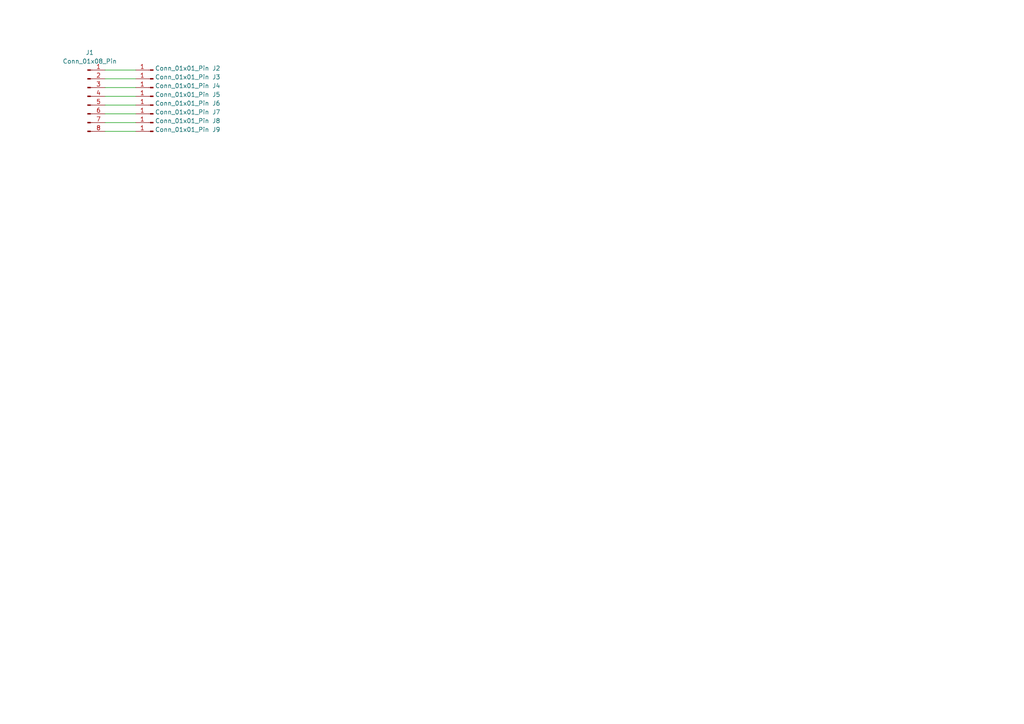
<source format=kicad_sch>
(kicad_sch (version 20231120) (generator "eeschema") (generator_version "8.0")
  (paper "A4")
  (lib_symbols
    (symbol "Connector:Conn_01x01_Pin" (pin_names (offset 1.016) hide)
      (property "Reference" "J" (at 0 2.54 0))
      (property "Value" "Conn_01x01_Pin" (at 0 -2.54 0))
      (symbol "Conn_01x01_Pin_1_1"
        (polyline (pts (xy 1.27 0) (xy 0.8636 0)) (stroke (width 0.1524)))
        (rectangle (start 0.8636 0.127) (end 0 -0.127) (stroke (width 0.1524)) (fill (type outline)))
        (pin passive line (at 5.08 0 180) (length 3.81) (name "Pin_1") (number "1"))
      )
    )
    (symbol "Connector:Conn_01x08_Pin" (pin_names (offset 1.016) hide)
      (property "Reference" "J" (at 0 10.16 0))
      (property "Value" "Conn_01x08_Pin" (at 0 -12.7 0))
      (symbol "Conn_01x08_Pin_1_1"
        (polyline (pts (xy 1.27 -10.16) (xy 0.8636 -10.16)) (stroke (width 0.1524)))
        (polyline (pts (xy 1.27 -7.62) (xy 0.8636 -7.62)) (stroke (width 0.1524)))
        (polyline (pts (xy 1.27 -5.08) (xy 0.8636 -5.08)) (stroke (width 0.1524)))
        (polyline (pts (xy 1.27 -2.54) (xy 0.8636 -2.54)) (stroke (width 0.1524)))
        (polyline (pts (xy 1.27 0) (xy 0.8636 0)) (stroke (width 0.1524)))
        (polyline (pts (xy 1.27 2.54) (xy 0.8636 2.54)) (stroke (width 0.1524)))
        (polyline (pts (xy 1.27 5.08) (xy 0.8636 5.08)) (stroke (width 0.1524)))
        (polyline (pts (xy 1.27 7.62) (xy 0.8636 7.62)) (stroke (width 0.1524)))
        (rectangle (start 0.8636 -10.033) (end 0 -10.287) (stroke (width 0.1524)) (fill (type outline)))
        (rectangle (start 0.8636 -7.493) (end 0 -7.747) (stroke (width 0.1524)) (fill (type outline)))
        (rectangle (start 0.8636 -4.953) (end 0 -5.207) (stroke (width 0.1524)) (fill (type outline)))
        (rectangle (start 0.8636 -2.413) (end 0 -2.667) (stroke (width 0.1524)) (fill (type outline)))
        (rectangle (start 0.8636 0.127) (end 0 -0.127) (stroke (width 0.1524)) (fill (type outline)))
        (rectangle (start 0.8636 2.667) (end 0 2.413) (stroke (width 0.1524)) (fill (type outline)))
        (rectangle (start 0.8636 5.207) (end 0 4.953) (stroke (width 0.1524)) (fill (type outline)))
        (rectangle (start 0.8636 7.747) (end 0 7.493) (stroke (width 0.1524)) (fill (type outline)))
        (pin passive line (at 5.08 7.62 180) (length 3.81) (name "Pin_1") (number "1"))
        (pin passive line (at 5.08 5.08 180) (length 3.81) (name "Pin_2") (number "2"))
        (pin passive line (at 5.08 2.54 180) (length 3.81) (name "Pin_3") (number "3"))
        (pin passive line (at 5.08 0 180) (length 3.81) (name "Pin_4") (number "4"))
        (pin passive line (at 5.08 -2.54 180) (length 3.81) (name "Pin_5") (number "5"))
        (pin passive line (at 5.08 -5.08 180) (length 3.81) (name "Pin_6") (number "6"))
        (pin passive line (at 5.08 -7.62 180) (length 3.81) (name "Pin_7") (number "7"))
        (pin passive line (at 5.08 -10.16 180) (length 3.81) (name "Pin_8") (number "8"))
      )
    )
  )
  (wire (pts (xy 30.48 30.48) (xy 39.37 30.48)))
  (wire (pts (xy 30.48 20.32) (xy 39.37 20.32)))
  (wire (pts (xy 30.48 22.86) (xy 39.37 22.86)))
  (wire (pts (xy 30.48 33.02) (xy 39.37 33.02)))
  (wire (pts (xy 30.48 35.56) (xy 39.37 35.56)))
  (wire (pts (xy 30.48 25.4) (xy 39.37 25.4)))
  (wire (pts (xy 30.48 38.1) (xy 39.37 38.1)))
  (wire (pts (xy 30.48 27.94) (xy 39.37 27.94)))
  (symbol (lib_id "Connector:Conn_01x08_Pin") (at 25.4 27.94 0) (unit 1)
    (property "Reference" "J1" (at 26.035 15.24 0))
    (property "Value" "Conn_01x08_Pin" (at 26.035 17.78 0))
    (property "Footprint" "Library:1x08GHLPNeck" (effects (hide yes)))
    (property "Description" "Generic connector, single row, 01x08, script generated" (effects (hide yes)))
  )
  (symbol (lib_id "Connector:Conn_01x01_Pin") (at 44.45 30.48 180) (unit 1)
    (property "Reference" "J6" (at 62.738 29.972 0))
    (property "Value" "Conn_01x01_Pin" (at 52.832 29.972 0))
    (property "Footprint" "TestPoint:TestPoint_Pad_D2.5mm" (effects (hide yes)))
    (property "Description" "Generic connector, single row, 01x01, script generated" (effects (hide yes)))
  )
  (symbol (lib_id "Connector:Conn_01x01_Pin") (at 44.45 27.94 180) (unit 1)
    (property "Reference" "J5" (at 62.738 27.432 0))
    (property "Value" "Conn_01x01_Pin" (at 52.832 27.432 0))
    (property "Footprint" "TestPoint:TestPoint_Pad_D2.5mm" (effects (hide yes)))
    (property "Description" "Generic connector, single row, 01x01, script generated" (effects (hide yes)))
  )
  (symbol (lib_id "Connector:Conn_01x01_Pin") (at 44.45 22.86 180) (unit 1)
    (property "Reference" "J3" (at 62.738 22.352 0))
    (property "Value" "Conn_01x01_Pin" (at 52.832 22.352 0))
    (property "Footprint" "TestPoint:TestPoint_Pad_D2.5mm" (effects (hide yes)))
    (property "Description" "Generic connector, single row, 01x01, script generated" (effects (hide yes)))
  )
  (symbol (lib_id "Connector:Conn_01x01_Pin") (at 44.45 33.02 180) (unit 1)
    (property "Reference" "J7" (at 62.738 32.512 0))
    (property "Value" "Conn_01x01_Pin" (at 52.832 32.512 0))
    (property "Footprint" "TestPoint:TestPoint_Pad_D2.5mm" (effects (hide yes)))
    (property "Description" "Generic connector, single row, 01x01, script generated" (effects (hide yes)))
  )
  (symbol (lib_id "Connector:Conn_01x01_Pin") (at 44.45 38.1 180) (unit 1)
    (property "Reference" "J9" (at 62.738 37.592 0))
    (property "Value" "Conn_01x01_Pin" (at 52.832 37.592 0))
    (property "Footprint" "TestPoint:TestPoint_Pad_D2.5mm" (effects (hide yes)))
    (property "Description" "Generic connector, single row, 01x01, script generated" (effects (hide yes)))
  )
  (symbol (lib_id "Connector:Conn_01x01_Pin") (at 44.45 35.56 180) (unit 1)
    (property "Reference" "J8" (at 62.738 35.052 0))
    (property "Value" "Conn_01x01_Pin" (at 52.832 35.052 0))
    (property "Footprint" "TestPoint:TestPoint_Pad_D2.5mm" (effects (hide yes)))
    (property "Description" "Generic connector, single row, 01x01, script generated" (effects (hide yes)))
  )
  (symbol (lib_id "Connector:Conn_01x01_Pin") (at 44.45 20.32 180) (unit 1)
    (property "Reference" "J2" (at 62.738 19.812 0))
    (property "Value" "Conn_01x01_Pin" (at 52.832 19.812 0))
    (property "Footprint" "TestPoint:TestPoint_Pad_D2.5mm" (effects (hide yes)))
    (property "Description" "Generic connector, single row, 01x01, script generated" (effects (hide yes)))
  )
  (symbol (lib_id "Connector:Conn_01x01_Pin") (at 44.45 25.4 180) (unit 1)
    (property "Reference" "J4" (at 62.738 24.892 0))
    (property "Value" "Conn_01x01_Pin" (at 52.832 24.892 0))
    (property "Footprint" "TestPoint:TestPoint_Pad_D2.5mm" (effects (hide yes)))
    (property "Description" "Generic connector, single row, 01x01, script generated" (effects (hide yes)))
  )
)
</source>
